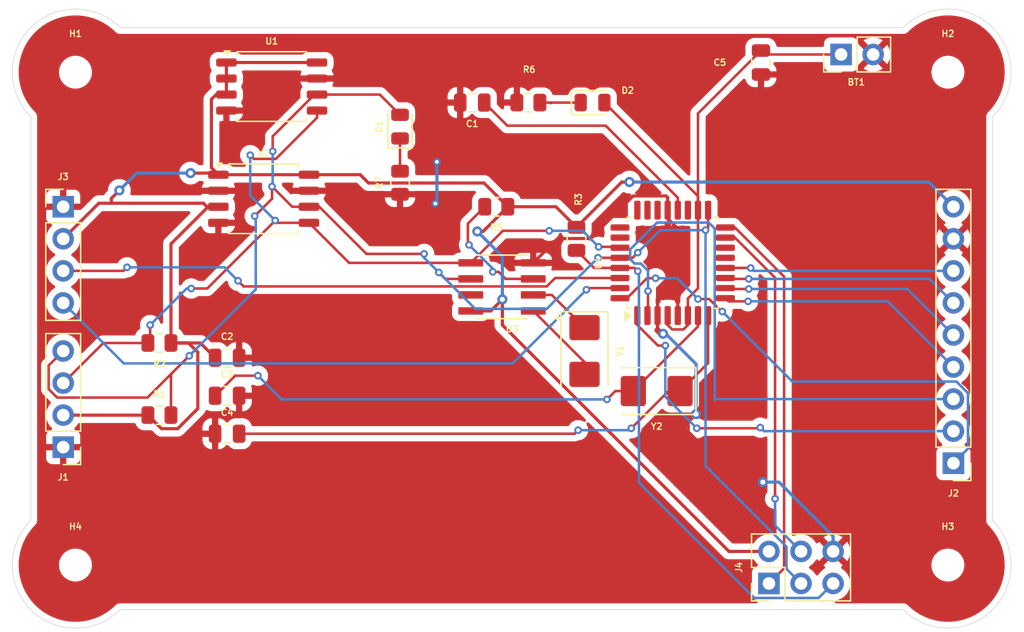
<source format=kicad_pcb>
(kicad_pcb (version 20241229) (generator "pcbnew") (generator_version "9.0")
  (title_block (title "MCU Data Logger") (date "2025-09-13") (rev "0.0.0") (company "Primzel Technologies") (comment 1 "2-Layer PCB Version"))
  (layers (0 "F.Cu" signal) (2 "B.Cu" signal) (13 "F.Paste" user) (15 "B.Paste" user) (5 "F.SilkS" user "F.Silkscreen") (7 "B.SilkS" user "B.Silkscreen") (1 "F.Mask" user) (3 "B.Mask" user) (25 "Edge.Cuts" user))
  (net 0 "")
  (net 1 "Net-(BT1-+)")
  (net 2 "GND")
  (net 3 "Net-(U4-AREF)")
  (net 4 "/Vcc")
  (net 5 "Net-(U4-XTAL1{slash}PB6)")
  (net 6 "Net-(U4-XTAL2{slash}PB7)")
  (net 7 "Net-(D1-K)")
  (net 8 "/SCK")
  (net 9 "Net-(D2-K)")
  (net 10 "/SDA")
  (net 11 "/D5")
  (net 12 "/D6")
  (net 13 "/D2")
  (net 14 "/D8")
  (net 15 "/D3")
  (net 16 "/D4")
  (net 17 "/D7")
  (net 18 "/TX")
  (net 19 "/RX")
  (net 20 "/RESET")
  (net 21 "/MISO")
  (net 22 "/MOSI")
  (net 23 "Net-(U3-SQW{slash}~INT)")
  (net 24 "Net-(U3-~{INTA})")
  (net 25 "Net-(U3-X2)")
  (net 26 "Net-(U3-X1)")
  (footprint "LED_SMD:LED_0805_2012Metric" (layer "F.Cu") (at 104.775 60.325 90)
    (property "Reference" "D1" (at 0 -1.65 90) (layer "F.SilkS") (effects (font (size 0.5 0.5) (thickness 0.1))))
    (property "Value" "LED")
    (pad "1" smd roundrect (at -0.9375 0 90) (size 0.975 1.4) (layers "F.Cu" "F.Mask" "F.Paste") (net 7 "Net-(D1-K)"))
    (pad "2" smd roundrect (at 0.9375 0 90) (size 0.975 1.4) (layers "F.Cu" "F.Mask" "F.Paste") (net 8 "/SCK"))
  )
  (footprint "MountingHole:MountingHole_2.1mm" (layer "F.Cu") (at 79.075134 95.067267)
    (property "Reference" "H4" (at 0 -3.05 0) (layer "F.SilkS") (effects (font (size 0.5 0.5) (thickness 0.1))))
    (property "Value" "MountingHole")
    (pad "" np_thru_hole circle (at 0 0) (size 2.1 2.1) (drill 2.1) (layers "*.Cu" "*.Mask"))
  )
  (footprint "Connector_PinHeader_2.54mm:PinHeader_2x03_P2.54mm_Vertical" (layer "F.Cu") (at 133.985 96.525 90)
    (property "Reference" "J4" (at 1.27 -2.38 90) (layer "F.SilkS") (effects (font (size 0.5 0.5) (thickness 0.1))))
    (property "Value" "Conn_02x03_Odd_Even")
    (pad "1" thru_hole rect (at 0 0 90) (size 1.7 1.7) (drill 1) (layers "*.Cu" "*.Mask") (net 21 "/MISO"))
    (pad "2" thru_hole circle (at 2.54 0 90) (size 1.7 1.7) (drill 1) (layers "*.Cu" "*.Mask") (net 4 "/Vcc"))
    (pad "3" thru_hole circle (at 0 2.54 90) (size 1.7 1.7) (drill 1) (layers "*.Cu" "*.Mask") (net 8 "/SCK"))
    (pad "4" thru_hole circle (at 2.54 2.54 90) (size 1.7 1.7) (drill 1) (layers "*.Cu" "*.Mask") (net 22 "/MOSI"))
    (pad "5" thru_hole circle (at 0 5.08 90) (size 1.7 1.7) (drill 1) (layers "*.Cu" "*.Mask") (net 20 "/RESET"))
    (pad "6" thru_hole circle (at 2.54 5.08 90) (size 1.7 1.7) (drill 1) (layers "*.Cu" "*.Mask") (net 2 "GND"))
  )
  (footprint "MountingHole:MountingHole_2.1mm" (layer "F.Cu") (at 79.075134 56.011934)
    (property "Reference" "H1" (at 0 -3.05 0) (layer "F.SilkS") (effects (font (size 0.5 0.5) (thickness 0.1))))
    (property "Value" "MountingHole")
    (pad "" np_thru_hole circle (at 0 0) (size 2.1 2.1) (drill 2.1) (layers "*.Cu" "*.Mask"))
  )
  (footprint "Capacitor_SMD:C_0805_2012Metric" (layer "F.Cu") (at 91.085 81.65)
    (property "Reference" "C3" (at 0 -1.68 0) (layer "F.SilkS") (effects (font (size 0.5 0.5) (thickness 0.1))))
    (property "Value" "22pF")
    (pad "1" smd roundrect (at -0.95 0) (size 1 1.45) (layers "F.Cu" "F.Mask" "F.Paste") (net 5 "Net-(U4-XTAL1{slash}PB6)"))
    (pad "2" smd roundrect (at 0.95 0) (size 1 1.45) (layers "F.Cu" "F.Mask" "F.Paste") (net 2 "GND"))
  )
  (footprint "MountingHole:MountingHole_2.1mm" (layer "F.Cu") (at 148.153267 95.067267)
    (property "Reference" "H3" (at 0 -3.05 0) (layer "F.SilkS") (effects (font (size 0.5 0.5) (thickness 0.1))))
    (property "Value" "MountingHole")
    (pad "" np_thru_hole circle (at 0 0) (size 2.1 2.1) (drill 2.1) (layers "*.Cu" "*.Mask"))
  )
  (footprint "Capacitor_SMD:C_0805_2012Metric" (layer "F.Cu") (at 91.085 78.64)
    (property "Reference" "C2" (at 0 -1.68 0) (layer "F.SilkS") (effects (font (size 0.5 0.5) (thickness 0.1))))
    (property "Value" "0.1uF")
    (pad "1" smd roundrect (at -0.95 0) (size 1 1.45) (layers "F.Cu" "F.Mask" "F.Paste") (net 4 "/Vcc"))
    (pad "2" smd roundrect (at 0.95 0) (size 1 1.45) (layers "F.Cu" "F.Mask" "F.Paste") (net 2 "GND"))
  )
  (footprint "MountingHole:MountingHole_2.1mm" (layer "F.Cu") (at 148.153267 56.011934)
    (property "Reference" "H2" (at 0 -3.05 0) (layer "F.SilkS") (effects (font (size 0.5 0.5) (thickness 0.1))))
    (property "Value" "MountingHole")
    (pad "" np_thru_hole circle (at 0 0) (size 2.1 2.1) (drill 2.1) (layers "*.Cu" "*.Mask"))
  )
  (footprint "Resistor_SMD:R_0805_2012Metric" (layer "F.Cu") (at 104.775 64.77 90)
    (property "Reference" "R7" (at 0 -1.65 90) (layer "F.SilkS") (effects (font (size 0.5 0.5) (thickness 0.1))))
    (property "Value" "330")
    (pad "1" smd roundrect (at -0.9125 0 90) (size 1.025 1.4) (layers "F.Cu" "F.Mask" "F.Paste") (roundrect_rratio 0.243902) (net 2 "GND"))
    (pad "2" smd roundrect (at 0.9125 0 90) (size 1.025 1.4) (layers "F.Cu" "F.Mask" "F.Paste") (roundrect_rratio 0.243902) (net 7 "Net-(D1-K)"))
  )
  (footprint "Package_SO:SOIC-8_5.3x5.3mm_P1.27mm" (layer "F.Cu") (at 93.98 66.04)
    (property "Reference" "U2" (at 0 -3.6 0) (layer "F.SilkS") (effects (font (size 0.5 0.5) (thickness 0.1))))
    (property "Value" "24LC1025")
    (pad "1" smd roundrect (at -3.5875 -1.905) (size 1.625 0.65) (layers "F.Cu" "F.Mask" "F.Paste") (net 4 "/Vcc"))
    (pad "2" smd roundrect (at -3.5875 -0.635) (size 1.625 0.65) (layers "F.Cu" "F.Mask" "F.Paste") (net 2 "GND"))
    (pad "3" smd roundrect (at -3.5875 0.635) (size 1.625 0.65) (layers "F.Cu" "F.Mask" "F.Paste") (net 4 "/Vcc"))
    (pad "4" smd roundrect (at -3.5875 1.905) (size 1.625 0.65) (layers "F.Cu" "F.Mask" "F.Paste") (net 2 "GND"))
    (pad "5" smd roundrect (at 3.5875 1.905) (size 1.625 0.65) (layers "F.Cu" "F.Mask" "F.Paste") (net 10 "/SDA"))
    (pad "6" smd roundrect (at 3.5875 0.635) (size 1.625 0.65) (layers "F.Cu" "F.Mask" "F.Paste") (net 8 "/SCK"))
    (pad "7" smd roundrect (at 3.5875 -0.635) (size 1.625 0.65) (layers "F.Cu" "F.Mask" "F.Paste") (net 2 "GND"))
    (pad "8" smd roundrect (at 3.5875 -1.905) (size 1.625 0.65) (layers "F.Cu" "F.Mask" "F.Paste") (net 4 "/Vcc"))
  )
  (footprint "LED_SMD:LED_0805_2012Metric" (layer "F.Cu") (at 120.015 58.42)
    (property "Reference" "D2" (at 2.785 -0.96 0) (layer "F.SilkS") (effects (font (size 0.5 0.5) (thickness 0.1))))
    (property "Value" "LED")
    (pad "1" smd roundrect (at -0.9375 0) (size 0.975 1.4) (layers "F.Cu" "F.Mask" "F.Paste") (net 9 "Net-(D2-K)"))
    (pad "2" smd roundrect (at 0.9375 0) (size 0.975 1.4) (layers "F.Cu" "F.Mask" "F.Paste") (net 1 "Net-(BT1-+)"))
  )
  (footprint "Connector_PinHeader_2.54mm:PinHeader_1x04_P2.54mm_Vertical" (layer "F.Cu") (at 78.105 85.725 180)
    (property "Reference" "J1" (at 0 -2.38 0) (layer "F.SilkS") (effects (font (size 0.5 0.5) (thickness 0.1))))
    (property "Value" "Conn_01x04_Pin")
    (pad "1" thru_hole rect (at 0 0 180) (size 1.7 1.7) (drill 1) (layers "*.Cu" "*.Mask") (net 2 "GND"))
    (pad "2" thru_hole circle (at 0 2.54 180) (size 1.7 1.7) (drill 1) (layers "*.Cu" "*.Mask") (net 4 "/Vcc"))
    (pad "3" thru_hole circle (at 0 5.08 180) (size 1.7 1.7) (drill 1) (layers "*.Cu" "*.Mask") (net 10 "/SDA"))
    (pad "4" thru_hole circle (at 0 7.62 180) (size 1.7 1.7) (drill 1) (layers "*.Cu" "*.Mask") (net 8 "/SCK"))
  )
  (footprint "Connector_PinHeader_2.54mm:PinHeader_1x04_P2.54mm_Vertical" (layer "F.Cu") (at 78.105 66.675)
    (property "Reference" "J3" (at 0 -2.38 0) (layer "F.SilkS") (effects (font (size 0.5 0.5) (thickness 0.1))))
    (property "Value" "Conn_01x04_Pin")
    (pad "1" thru_hole rect (at 0 0) (size 1.7 1.7) (drill 1) (layers "*.Cu" "*.Mask") (net 2 "GND"))
    (pad "2" thru_hole circle (at 0 2.54) (size 1.7 1.7) (drill 1) (layers "*.Cu" "*.Mask") (net 4 "/Vcc"))
    (pad "3" thru_hole circle (at 0 5.08) (size 1.7 1.7) (drill 1) (layers "*.Cu" "*.Mask") (net 19 "/RX"))
    (pad "4" thru_hole circle (at 0 7.62) (size 1.7 1.7) (drill 1) (layers "*.Cu" "*.Mask") (net 18 "/TX"))
  )
  (footprint "Resistor_SMD:R_0805_2012Metric" (layer "F.Cu") (at 85.725 77.47 180)
    (property "Reference" "R2" (at 0 -1.65 0) (layer "F.SilkS") (effects (font (size 0.5 0.5) (thickness 0.1))))
    (property "Value" "4.7K")
    (pad "1" smd roundrect (at -0.9125 0 180) (size 1.025 1.4) (layers "F.Cu" "F.Mask" "F.Paste") (roundrect_rratio 0.243902) (net 4 "/Vcc"))
    (pad "2" smd roundrect (at 0.9125 0 180) (size 1.025 1.4) (layers "F.Cu" "F.Mask" "F.Paste") (roundrect_rratio 0.243902) (net 10 "/SDA"))
  )
  (footprint "Crystal:Crystal_SMD_5032-2Pin_5.0x3.2mm" (layer "F.Cu") (at 119.38 78.105 -90)
    (property "Reference" "Y1" (at 0 -2.8 90) (layer "F.SilkS") (effects (font (size 0.5 0.5) (thickness 0.1))))
    (property "Value" "32.768KHz")
    (pad "1" smd roundrect (at -1.85 0 270) (size 2 2.4) (layers "F.Cu" "F.Mask" "F.Paste") (roundrect_rratio 0.125) (net 25 "Net-(U3-X2)"))
    (pad "2" smd roundrect (at 1.85 0 270) (size 2 2.4) (layers "F.Cu" "F.Mask" "F.Paste") (roundrect_rratio 0.125) (net 26 "Net-(U3-X1)"))
  )
  (footprint "Crystal:Crystal_SMD_5032-2Pin_5.0x3.2mm" (layer "F.Cu") (at 125.095 81.28 180)
    (property "Reference" "Y2" (at 0 -2.8 0) (layer "F.SilkS") (effects (font (size 0.5 0.5) (thickness 0.1))))
    (property "Value" "16MHz")
    (pad "1" smd roundrect (at -1.85 0 180) (size 2 2.4) (layers "F.Cu" "F.Mask" "F.Paste") (roundrect_rratio 0.125) (net 6 "Net-(U4-XTAL2{slash}PB7)"))
    (pad "2" smd roundrect (at 1.85 0 180) (size 2 2.4) (layers "F.Cu" "F.Mask" "F.Paste") (roundrect_rratio 0.125) (net 5 "Net-(U4-XTAL1{slash}PB6)"))
  )
  (footprint "Capacitor_SMD:C_0805_2012Metric" (layer "F.Cu") (at 110.49 58.42 180)
    (property "Reference" "C1" (at 0 -1.68 0) (layer "F.SilkS") (effects (font (size 0.5 0.5) (thickness 0.1))))
    (property "Value" "0.1uF")
    (pad "1" smd roundrect (at -0.95 0 180) (size 1 1.45) (layers "F.Cu" "F.Mask" "F.Paste") (net 3 "Net-(U4-AREF)"))
    (pad "2" smd roundrect (at 0.95 0 180) (size 1 1.45) (layers "F.Cu" "F.Mask" "F.Paste") (net 2 "GND"))
  )
  (footprint "Resistor_SMD:R_0805_2012Metric" (layer "F.Cu") (at 85.725 83.185)
    (property "Reference" "R1" (at 0 -1.65 0) (layer "F.SilkS") (effects (font (size 0.5 0.5) (thickness 0.1))))
    (property "Value" "4.7K")
    (pad "1" smd roundrect (at -0.9125 0) (size 1.025 1.4) (layers "F.Cu" "F.Mask" "F.Paste") (roundrect_rratio 0.243902) (net 4 "/Vcc"))
    (pad "2" smd roundrect (at 0.9125 0) (size 1.025 1.4) (layers "F.Cu" "F.Mask" "F.Paste") (roundrect_rratio 0.243902) (net 8 "/SCK"))
  )
  (footprint "DS1337S:SOIC127P600X175-8N" (layer "F.Cu") (at 112.85 73.025 180)
    (property "Reference" "U3" (at -0.795 -3.332 0) (layer "F.SilkS") (effects (font (size 0.5 0.5) (thickness 0.1))))
    (property "Value" "DS1337S_")
    (pad "1" smd roundrect (at -2.475 -1.905 180) (size 1.97 0.59) (layers "F.Cu" "F.Mask" "F.Paste") (roundrect_rratio 0.125) (net 26 "Net-(U3-X1)"))
    (pad "2" smd roundrect (at -2.475 -0.635 180) (size 1.97 0.59) (layers "F.Cu" "F.Mask" "F.Paste") (roundrect_rratio 0.125) (net 25 "Net-(U3-X2)"))
    (pad "3" smd roundrect (at -2.475 0.635 180) (size 1.97 0.59) (layers "F.Cu" "F.Mask" "F.Paste") (roundrect_rratio 0.125) (net 24 "Net-(U3-~{INTA})"))
    (pad "4" smd roundrect (at -2.475 1.905 180) (size 1.97 0.59) (layers "F.Cu" "F.Mask" "F.Paste") (roundrect_rratio 0.125) (net 2 "GND"))
    (pad "5" smd roundrect (at 2.475 1.905 180) (size 1.97 0.59) (layers "F.Cu" "F.Mask" "F.Paste") (roundrect_rratio 0.125) (net 10 "/SDA"))
    (pad "6" smd roundrect (at 2.475 0.635 180) (size 1.97 0.59) (layers "F.Cu" "F.Mask" "F.Paste") (roundrect_rratio 0.125) (net 8 "/SCK"))
    (pad "7" smd roundrect (at 2.475 -0.635 180) (size 1.97 0.59) (layers "F.Cu" "F.Mask" "F.Paste") (roundrect_rratio 0.125) (net 23 "Net-(U3-SQW{slash}~INT)"))
    (pad "8" smd roundrect (at 2.475 -1.905 180) (size 1.97 0.59) (layers "F.Cu" "F.Mask" "F.Paste") (roundrect_rratio 0.125) (net 4 "/Vcc"))
  )
  (footprint "Resistor_SMD:R_0805_2012Metric" (layer "F.Cu") (at 114.935 58.42)
    (property "Reference" "R6" (at 0.065 -2.62 0) (layer "F.SilkS") (effects (font (size 0.5 0.5) (thickness 0.1))))
    (property "Value" "330")
    (pad "1" smd roundrect (at -0.9125 0) (size 1.025 1.4) (layers "F.Cu" "F.Mask" "F.Paste") (roundrect_rratio 0.243902) (net 2 "GND"))
    (pad "2" smd roundrect (at 0.9125 0) (size 1.025 1.4) (layers "F.Cu" "F.Mask" "F.Paste") (roundrect_rratio 0.243902) (net 9 "Net-(D2-K)"))
  )
  (footprint "Package_QFP:LQFP-32_7x7mm_P0.8mm" (layer "F.Cu") (at 126.365 71.12 90)
    (property "Reference" "U4" (at 0 -5.88 90) (layer "F.SilkS") (effects (font (size 0.5 0.5) (thickness 0.1))))
    (property "Value" "ATmega328P-A")
    (pad "1" smd roundrect (at -4.175 -2.8 90) (size 1.5 0.5) (layers "F.Cu" "F.Mask" "F.Paste") (net 15 "/D3"))
    (pad "2" smd roundrect (at -4.175 -2 90) (size 1.5 0.5) (layers "F.Cu" "F.Mask" "F.Paste") (net 16 "/D4"))
    (pad "3" smd roundrect (at -4.175 -1.2 90) (size 1.5 0.5) (layers "F.Cu" "F.Mask" "F.Paste") (net 2 "GND"))
    (pad "4" smd roundrect (at -4.175 -0.4 90) (size 1.5 0.5) (layers "F.Cu" "F.Mask" "F.Paste") (net 1 "Net-(BT1-+)"))
    (pad "5" smd roundrect (at -4.175 0.4 90) (size 1.5 0.5) (layers "F.Cu" "F.Mask" "F.Paste") (net 2 "GND"))
    (pad "6" smd roundrect (at -4.175 1.2 90) (size 1.5 0.5) (layers "F.Cu" "F.Mask" "F.Paste") (net 1 "Net-(BT1-+)"))
    (pad "7" smd roundrect (at -4.175 2 90) (size 1.5 0.5) (layers "F.Cu" "F.Mask" "F.Paste") (net 5 "Net-(U4-XTAL1{slash}PB6)"))
    (pad "8" smd roundrect (at -4.175 2.8 90) (size 1.5 0.5) (layers "F.Cu" "F.Mask" "F.Paste") (net 6 "Net-(U4-XTAL2{slash}PB7)"))
    (pad "9" smd roundrect (at -2.8 4.175 90) (size 0.5 1.5) (layers "F.Cu" "F.Mask" "F.Paste") (net 11 "/D5"))
    (pad "10" smd roundrect (at -2 4.175 90) (size 0.5 1.5) (layers "F.Cu" "F.Mask" "F.Paste") (net 12 "/D6"))
    (pad "11" smd roundrect (at -1.2 4.175 90) (size 0.5 1.5) (layers "F.Cu" "F.Mask" "F.Paste") (net 17 "/D7"))
    (pad "12" smd roundrect (at -0.4 4.175 90) (size 0.5 1.5) (layers "F.Cu" "F.Mask" "F.Paste") (net 14 "/D8"))
    (pad "13" smd roundrect (at 0.4 4.175 90) (size 0.5 1.5) (layers "F.Cu" "F.Mask" "F.Paste"))
    (pad "14" smd roundrect (at 1.2 4.175 90) (size 0.5 1.5) (layers "F.Cu" "F.Mask" "F.Paste"))
    (pad "15" smd roundrect (at 2 4.175 90) (size 0.5 1.5) (layers "F.Cu" "F.Mask" "F.Paste") (net 22 "/MOSI"))
    (pad "16" smd roundrect (at 2.8 4.175 90) (size 0.5 1.5) (layers "F.Cu" "F.Mask" "F.Paste") (net 21 "/MISO"))
    (pad "17" smd roundrect (at 4.175 2.8 90) (size 1.5 0.5) (layers "F.Cu" "F.Mask" "F.Paste") (net 8 "/SCK"))
    (pad "18" smd roundrect (at 4.175 2 90) (size 1.5 0.5) (layers "F.Cu" "F.Mask" "F.Paste") (net 1 "Net-(BT1-+)"))
    (pad "19" smd roundrect (at 4.175 1.2 90) (size 1.5 0.5) (layers "F.Cu" "F.Mask" "F.Paste"))
    (pad "20" smd roundrect (at 4.175 0.4 90) (size 1.5 0.5) (layers "F.Cu" "F.Mask" "F.Paste") (net 3 "Net-(U4-AREF)"))
    (pad "21" smd roundrect (at 4.175 -0.4 90) (size 1.5 0.5) (layers "F.Cu" "F.Mask" "F.Paste") (net 2 "GND"))
    (pad "22" smd roundrect (at 4.175 -1.2 90) (size 1.5 0.5) (layers "F.Cu" "F.Mask" "F.Paste"))
    (pad "23" smd roundrect (at 4.175 -2 90) (size 1.5 0.5) (layers "F.Cu" "F.Mask" "F.Paste"))
    (pad "24" smd roundrect (at 4.175 -2.8 90) (size 1.5 0.5) (layers "F.Cu" "F.Mask" "F.Paste"))
    (pad "25" smd roundrect (at 2.8 -4.175 90) (size 0.5 1.5) (layers "F.Cu" "F.Mask" "F.Paste"))
    (pad "26" smd roundrect (at 2 -4.175 90) (size 0.5 1.5) (layers "F.Cu" "F.Mask" "F.Paste"))
    (pad "27" smd roundrect (at 1.2 -4.175 90) (size 0.5 1.5) (layers "F.Cu" "F.Mask" "F.Paste") (net 10 "/SDA"))
    (pad "28" smd roundrect (at 0.4 -4.175 90) (size 0.5 1.5) (layers "F.Cu" "F.Mask" "F.Paste") (net 8 "/SCK"))
    (pad "29" smd roundrect (at -0.4 -4.175 90) (size 0.5 1.5) (layers "F.Cu" "F.Mask" "F.Paste") (net 20 "/RESET"))
    (pad "30" smd roundrect (at -1.2 -4.175 90) (size 0.5 1.5) (layers "F.Cu" "F.Mask" "F.Paste") (net 19 "/RX"))
    (pad "31" smd roundrect (at -2 -4.175 90) (size 0.5 1.5) (layers "F.Cu" "F.Mask" "F.Paste") (net 18 "/TX"))
    (pad "32" smd roundrect (at -2.8 -4.175 90) (size 0.5 1.5) (layers "F.Cu" "F.Mask" "F.Paste") (net 13 "/D2"))
  )
  (footprint "Resistor_SMD:R_0805_2012Metric" (layer "F.Cu") (at 112.395 66.675 180)
    (property "Reference" "R5" (at 0 -1.65 0) (layer "F.SilkS") (effects (font (size 0.5 0.5) (thickness 0.1))))
    (property "Value" "10K")
    (pad "1" smd roundrect (at -0.9125 0 180) (size 1.025 1.4) (layers "F.Cu" "F.Mask" "F.Paste") (roundrect_rratio 0.243902) (net 4 "/Vcc"))
    (pad "2" smd roundrect (at 0.9125 0 180) (size 1.025 1.4) (layers "F.Cu" "F.Mask" "F.Paste") (roundrect_rratio 0.243902) (net 24 "Net-(U3-~{INTA})"))
  )
  (footprint "Capacitor_SMD:C_0805_2012Metric" (layer "F.Cu") (at 91.085 84.66)
    (property "Reference" "C4" (at 0 -1.68 0) (layer "F.SilkS") (effects (font (size 0.5 0.5) (thickness 0.1))))
    (property "Value" "22pF")
    (pad "1" smd roundrect (at -0.95 0) (size 1 1.45) (layers "F.Cu" "F.Mask" "F.Paste") (net 2 "GND"))
    (pad "2" smd roundrect (at 0.95 0) (size 1 1.45) (layers "F.Cu" "F.Mask" "F.Paste") (net 6 "Net-(U4-XTAL2{slash}PB7)"))
  )
  (footprint "Connector_PinHeader_2.54mm:PinHeader_1x09_P2.54mm_Vertical" (layer "F.Cu") (at 148.59 86.995 180)
    (property "Reference" "J2" (at 0 -2.38 0) (layer "F.SilkS") (effects (font (size 0.5 0.5) (thickness 0.1))))
    (property "Value" "Conn_01x09_Pin")
    (pad "1" thru_hole rect (at 0 0 180) (size 1.7 1.7) (drill 1) (layers "*.Cu" "*.Mask") (net 13 "/D2"))
    (pad "2" thru_hole circle (at 0 2.54 180) (size 1.7 1.7) (drill 1) (layers "*.Cu" "*.Mask") (net 15 "/D3"))
    (pad "3" thru_hole circle (at 0 5.08 180) (size 1.7 1.7) (drill 1) (layers "*.Cu" "*.Mask") (net 16 "/D4"))
    (pad "4" thru_hole circle (at 0 7.62 180) (size 1.7 1.7) (drill 1) (layers "*.Cu" "*.Mask") (net 11 "/D5"))
    (pad "5" thru_hole circle (at 0 10.16 180) (size 1.7 1.7) (drill 1) (layers "*.Cu" "*.Mask") (net 12 "/D6"))
    (pad "6" thru_hole circle (at 0 12.7 180) (size 1.7 1.7) (drill 1) (layers "*.Cu" "*.Mask") (net 17 "/D7"))
    (pad "7" thru_hole circle (at 0 15.24 180) (size 1.7 1.7) (drill 1) (layers "*.Cu" "*.Mask") (net 14 "/D8"))
    (pad "8" thru_hole circle (at 0 17.78 180) (size 1.7 1.7) (drill 1) (layers "*.Cu" "*.Mask") (net 2 "GND"))
    (pad "9" thru_hole circle (at 0 20.32 180) (size 1.7 1.7) (drill 1) (layers "*.Cu" "*.Mask") (net 4 "/Vcc"))
  )
  (footprint "Connector_PinHeader_2.54mm:PinHeader_1x02_P2.54mm_Vertical" (layer "F.Cu") (at 139.695 54.61 90)
    (property "Reference" "BT1" (at -2.19 1.205 180) (layer "F.SilkS") (effects (font (size 0.5 0.5) (thickness 0.1))))
    (property "Value" "Battery")
    (pad "1" thru_hole rect (at 0 0 90) (size 1.7 1.7) (drill 1) (layers "*.Cu" "*.Mask") (net 1 "Net-(BT1-+)"))
    (pad "2" thru_hole circle (at 0 2.54 90) (size 1.7 1.7) (drill 1) (layers "*.Cu" "*.Mask") (net 2 "GND"))
  )
  (footprint "Package_SO:SOIC-8_5.3x5.3mm_P1.27mm" (layer "F.Cu") (at 94.615 57.15)
    (property "Reference" "U1" (at 0 -3.6 0) (layer "F.SilkS") (effects (font (size 0.5 0.5) (thickness 0.1))))
    (property "Value" "24LC1025")
    (pad "1" smd roundrect (at -3.5875 -1.905) (size 1.625 0.65) (layers "F.Cu" "F.Mask" "F.Paste") (net 4 "/Vcc"))
    (pad "2" smd roundrect (at -3.5875 -0.635) (size 1.625 0.65) (layers "F.Cu" "F.Mask" "F.Paste") (net 4 "/Vcc"))
    (pad "3" smd roundrect (at -3.5875 0.635) (size 1.625 0.65) (layers "F.Cu" "F.Mask" "F.Paste") (net 4 "/Vcc"))
    (pad "4" smd roundrect (at -3.5875 1.905) (size 1.625 0.65) (layers "F.Cu" "F.Mask" "F.Paste") (net 2 "GND"))
    (pad "5" smd roundrect (at 3.5875 1.905) (size 1.625 0.65) (layers "F.Cu" "F.Mask" "F.Paste") (net 10 "/SDA"))
    (pad "6" smd roundrect (at 3.5875 0.635) (size 1.625 0.65) (layers "F.Cu" "F.Mask" "F.Paste") (net 8 "/SCK"))
    (pad "7" smd roundrect (at 3.5875 -0.635) (size 1.625 0.65) (layers "F.Cu" "F.Mask" "F.Paste") (net 2 "GND"))
    (pad "8" smd roundrect (at 3.5875 -1.905) (size 1.625 0.65) (layers "F.Cu" "F.Mask" "F.Paste") (net 4 "/Vcc"))
  )
  (footprint "Capacitor_SMD:C_0805_2012Metric" (layer "F.Cu") (at 133.35 55.245 -90)
    (property "Reference" "C5" (at 0 3.25 180) (layer "F.SilkS") (effects (font (size 0.5 0.5) (thickness 0.1))))
    (property "Value" "100nF")
    (pad "1" smd roundrect (at -0.95 0 270) (size 1 1.45) (layers "F.Cu" "F.Mask" "F.Paste") (net 1 "Net-(BT1-+)"))
    (pad "2" smd roundrect (at 0.95 0 270) (size 1 1.45) (layers "F.Cu" "F.Mask" "F.Paste") (net 2 "GND"))
  )
  (footprint "Resistor_SMD:R_0805_2012Metric" (layer "F.Cu") (at 118.745 69.215 -90)
    (property "Reference" "R3" (at -3.115 -0.155 90) (layer "F.SilkS") (effects (font (size 0.5 0.5) (thickness 0.1))))
    (property "Value" "10K")
    (pad "1" smd roundrect (at -0.9125 0 270) (size 1.025 1.4) (layers "F.Cu" "F.Mask" "F.Paste") (roundrect_rratio 0.243902) (net 4 "/Vcc"))
    (pad "2" smd roundrect (at 0.9125 0 270) (size 1.025 1.4) (layers "F.Cu" "F.Mask" "F.Paste") (roundrect_rratio 0.243902) (net 20 "/RESET"))
  )
  (gr_arc (start 82.610667 98.6028) (mid 75.539601 98.6028) (end 75.5396 91.531733) (stroke (width 0.05)) (layer "Edge.Cuts"))
  (gr_arc (start 144.617733 52.4764) (mid 151.6888 52.4764) (end 151.6888 59.547467) (stroke (width 0.05)) (layer "Edge.Cuts"))
  (gr_line (start 75.5396 91.531733) (end 75.5396 59.547467) (stroke (width 0.05)) (layer "Edge.Cuts"))
  (gr_arc (start 151.6888 91.531733) (mid 151.688801 98.602801) (end 144.617733 98.6028) (stroke (width 0.05)) (layer "Edge.Cuts"))
  (gr_line (start 82.610667 52.4764) (end 144.617733 52.4764) (stroke (width 0.05)) (layer "Edge.Cuts"))
  (gr_line (start 82.610667 98.6028) (end 144.617733 98.6028) (stroke (width 0.05)) (layer "Edge.Cuts"))
  (gr_line (start 151.6888 91.531733) (end 151.6888 59.547467) (stroke (width 0.05)) (layer "Edge.Cuts"))
  (gr_arc (start 75.5396 59.547467) (mid 75.5396 52.4764) (end 82.610667 52.4764) (stroke (width 0.05)) (layer "Edge.Cuts"))
  (segment (start 128.365 73.139082) (end 127.565 73.939082) (width 0.2) (layer "F.Cu") (net 1))
  (segment (start 133.665 54.61) (end 133.35 54.295) (width 0.2) (layer "F.Cu") (net 1))
  (segment (start 128.365 66.945) (end 128.365 73.139082) (width 0.2) (layer "F.Cu") (net 1))
  (segment (start 120.9525 58.42) (end 128.365 65.8325) (width 0.2) (layer "F.Cu") (net 1))
  (segment (start 128.365 65.8325) (end 128.365 66.945) (width 0.2) (layer "F.Cu") (net 1))
  (segment (start 139.695 54.61) (end 133.665 54.61) (width 0.2) (layer "F.Cu") (net 1))
  (segment (start 128.365 59.28) (end 128.365 66.945) (width 0.2) (layer "F.Cu") (net 1))
  (segment (start 133.35 54.295) (end 128.365 59.28) (width 0.2) (layer "F.Cu") (net 1))
  (segment (start 127.565 73.939082) (end 127.565 75.295) (width 0.2) (layer "F.Cu") (net 1))
  (segment (start 126.316001 76.396) (end 127.213999 76.396) (width 0.2) (layer "F.Cu") (net 1))
  (segment (start 127.565 76.044999) (end 127.565 75.295) (width 0.2) (layer "F.Cu") (net 1))
  (segment (start 125.965 75.295) (end 125.965 76.044999) (width 0.2) (layer "F.Cu") (net 1))
  (segment (start 125.965 76.044999) (end 126.316001 76.396) (width 0.2) (layer "F.Cu") (net 1))
  (segment (start 127.213999 76.396) (end 127.565 76.044999) (width 0.2) (layer "F.Cu") (net 1))
  (segment (start 126.765 75.295) (end 126.765 68.406984) (width 0.25) (layer "F.Cu") (net 2))
  (segment (start 119.857016 69.191) (end 123.229016 65.819) (width 0.25) (layer "F.Cu") (net 2))
  (segment (start 126.080008 72.224401) (end 126.080008 67.721992) (width 0.25) (layer "F.Cu") (net 2))
  (segment (start 126.080008 67.721992) (end 125.965 67.606984) (width 0.25) (layer "F.Cu") (net 2))
  (segment (start 115.325 71.12) (end 117.254 69.191) (width 0.25) (layer "F.Cu") (net 2))
  (segment (start 128.215 83.110741) (end 127.594 83.731741) (width 0.25) (layer "F.Cu") (net 2))
  (segment (start 125.165 76.305661) (end 125.599285 76.739946) (width 0.25) (layer "F.Cu") (net 2))
  (segment (start 126.765 68.406984) (end 126.080008 67.721992) (width 0.25) (layer "F.Cu") (net 2))
  (segment (start 125.965 67.606984) (end 125.965 66.945) (width 0.25) (layer "F.Cu") (net 2))
  (segment (start 125.848984 65.819) (end 125.965 65.935016) (width 0.25) (layer "F.Cu") (net 2))
  (segment (start 125.165 75.295) (end 125.165 73.139409) (width 0.25) (layer "F.Cu") (net 2))
  (segment (start 125.165 75.295) (end 125.165 76.305661) (width 0.25) (layer "F.Cu") (net 2))
  (segment (start 125.165 73.139409) (end 126.080008 72.224401) (width 0.25) (layer "F.Cu") (net 2))
  (segment (start 123.229016 65.819) (end 125.848984 65.819) (width 0.25) (layer "F.Cu") (net 2))
  (segment (start 127.594 84.506409) (end 131.581191 88.4936) (width 0.25) (layer "F.Cu") (net 2))
  (segment (start 127.594 83.731741) (end 127.594 84.506409) (width 0.25) (layer "F.Cu") (net 2))
  (segment (start 117.254 69.191) (end 119.857016 69.191) (width 0.25) (layer "F.Cu") (net 2))
  (segment (start 125.965 65.935016) (end 125.965 66.945) (width 0.25) (layer "F.Cu") (net 2))
  (segment (start 126.765 75.295) (end 126.765 74.633016) (width 0.25) (layer "F.Cu") (net 2))
  (segment (start 131.581191 88.4936) (end 133.5024 88.4936) (width 0.25) (layer "F.Cu") (net 2))
  (via (at 107.569 66.421) (size 0.6) (drill 0.3) (layers "F.Cu" "B.Cu") (net 2))
  (via (at 128.215 83.110741) (size 0.8) (drill 0.4) (layers "F.Cu" "B.Cu") (net 2))
  (via (at 107.696 63.119) (size 0.6) (drill 0.3) (layers "F.Cu" "B.Cu") (net 2))
  (via (at 125.599285 76.739946) (size 0.8) (drill 0.4) (layers "F.Cu" "B.Cu") (net 2))
  (via (at 133.5024 88.4936) (size 0.8) (drill 0.4) (layers "F.Cu" "B.Cu") (net 2))
  (segment (start 128.215 79.1422) (end 128.215 83.110741) (width 0.25) (layer "B.Cu") (net 2))
  (segment (start 125.599285 76.739946) (end 125.812746 76.739946) (width 0.25) (layer "B.Cu") (net 2))
  (segment (start 139.065 92.782919) (end 139.065 93.985) (width 0.25) (layer "B.Cu") (net 2))
  (segment (start 125.812746 76.739946) (end 128.215 79.1422) (width 0.25) (layer "B.Cu") (net 2))
  (segment (start 133.5024 88.4936) (end 134.775681 88.4936) (width 0.25) (layer "B.Cu") (net 2))
  (segment (start 134.775681 88.4936) (end 139.065 92.782919) (width 0.25) (layer "B.Cu") (net 2))
  (segment (start 107.696 66.294) (end 107.569 66.421) (width 0.25) (layer "B.Cu") (net 2))
  (segment (start 107.696 63.119) (end 107.696 66.294) (width 0.25) (layer "B.Cu") (net 2))
  (segment (start 113.2688 60.2488) (end 121.0564 60.2488) (width 0.2) (layer "F.Cu") (net 3))
  (segment (start 121.0564 60.2488) (end 126.765 65.9574) (width 0.2) (layer "F.Cu") (net 3))
  (segment (start 126.765 65.9574) (end 126.765 66.945) (width 0.2) (layer "F.Cu") (net 3))
  (segment (start 111.44 58.42) (end 113.2688 60.2488) (width 0.2) (layer "F.Cu") (net 3))
  (segment (start 84.8125 83.185) (end 78.105 83.185) (width 0.25) (layer "F.Cu") (net 4))
  (segment (start 80.9252 66.3948) (end 78.105 69.215) (width 0.25) (layer "F.Cu") (net 4))
  (segment (start 88.1888 64.008) (end 90.2655 64.008) (width 0.25) (layer "F.Cu") (net 4))
  (segment (start 102.281774 64.794) (end 111.4265 64.794) (width 0.25) (layer "F.Cu") (net 4))
  (segment (start 101.622774 64.135) (end 102.281774 64.794) (width 0.25) (layer "F.Cu") (net 4))
  (segment (start 88.7632 78.205991) (end 88.7632 82.664026) (width 0.25) (layer "F.Cu") (net 4))
  (segment (start 85.8885 84.261) (end 84.8125 83.185) (width 0.25) (layer "F.Cu") (net 4))
  (segment (start 122.3283 64.7192) (end 122.936 64.7192) (width 0.25) (layer "F.Cu") (net 4))
  (segment (start 111.9632 74.93) (end 112.8776 74.0156) (width 0.25) (layer "F.Cu") (net 4))
  (segment (start 87.166226 84.261) (end 85.8885 84.261) (width 0.25) (layer "F.Cu") (net 4))
  (segment (start 86.6375 69.617501) (end 86.6375 77.47) (width 0.25) (layer "F.Cu") (net 4))
  (segment (start 89.839 58.161001) (end 89.839 63.5815) (width 0.25) (layer "F.Cu") (net 4))
  (segment (start 88.7632 82.664026) (end 87.166226 84.261) (width 0.25) (layer "F.Cu") (net 4))
  (segment (start 89.4842 66.675) (end 90.3925 66.675) (width 0.25) (layer "F.Cu") (net 4))
  (segment (start 90.215001 57.785) (end 89.839 58.161001) (width 0.25) (layer "F.Cu") (net 4))
  (segment (start 90.3925 64.135) (end 97.5675 64.135) (width 0.25) (layer "F.Cu") (net 4))
  (segment (start 81.915 66.3948) (end 80.9252 66.3948) (width 0.25) (layer "F.Cu") (net 4))
  (segment (start 89.204 66.3948) (end 81.915 66.3948) (width 0.25) (layer "F.Cu") (net 4))
  (segment (start 88.027209 77.47) (end 88.7632 78.205991) (width 0.25) (layer "F.Cu") (net 4))
  (segment (start 113.3075 66.675) (end 117.1175 66.675) (width 0.25) (layer "F.Cu") (net 4))
  (segment (start 110.375 74.93) (end 111.9632 74.93) (width 0.25) (layer "F.Cu") (net 4))
  (segment (start 89.839 63.5815) (end 90.3925 64.135) (width 0.25) (layer "F.Cu") (net 4))
  (segment (start 81.915 66.3948) (end 81.915 66.0146) (width 0.25) (layer "F.Cu") (net 4))
  (segment (start 112.8776 76.044826) (end 130.817774 93.985) (width 0.25) (layer "F.Cu") (net 4))
  (segment (start 86.6375 77.47) (end 88.965 77.47) (width 0.25) (layer "F.Cu") (net 4))
  (segment (start 90.3925 66.675) (end 89.580001 66.675) (width 0.25) (layer "F.Cu") (net 4))
  (segment (start 90.3925 64.135) (end 90.083944 64.135) (width 0.25) (layer "F.Cu") (net 4))
  (segment (start 86.6375 77.47) (end 88.027209 77.47) (width 0.25) (layer "F.Cu") (net 4))
  (segment (start 117.1175 66.675) (end 118.745 68.3025) (width 0.25) (layer "F.Cu") (net 4))
  (segment (start 81.915 66.0146) (end 82.55 65.3796) (width 0.25) (layer "F.Cu") (net 4))
  (segment (start 90.2655 64.008) (end 90.3925 64.135) (width 0.25) (layer "F.Cu") (net 4))
  (segment (start 110.8964 68.6308) (end 111.3517 68.6308) (width 0.25) (layer "F.Cu") (net 4))
  (segment (start 89.204 66.3948) (end 89.4842 66.675) (width 0.25) (layer "F.Cu") (net 4))
  (segment (start 91.0275 55.245) (end 91.0275 56.515) (width 0.25) (layer "F.Cu") (net 4))
  (segment (start 91.0275 57.785) (end 91.0275 56.515) (width 0.25) (layer "F.Cu") (net 4))
  (segment (start 111.4265 64.794) (end 113.3075 66.675) (width 0.25) (layer "F.Cu") (net 4))
  (segment (start 88.965 77.47) (end 90.135 78.64) (width 0.25) (layer "F.Cu") (net 4))
  (segment (start 97.5675 64.135) (end 101.622774 64.135) (width 0.25) (layer "F.Cu") (net 4))
  (segment (start 118.745 68.3025) (end 122.3283 64.7192) (width 0.25) (layer "F.Cu") (net 4))
  (segment (start 98.2025 55.245) (end 91.0275 55.245) (width 0.25) (layer "F.Cu") (net 4))
  (segment (start 130.817774 93.985) (end 133.985 93.985) (width 0.25) (layer "F.Cu") (net 4))
  (segment (start 91.0275 57.785) (end 90.215001 57.785) (width 0.25) (layer "F.Cu") (net 4))
  (segment (start 111.3517 68.6308) (end 113.3075 66.675) (width 0.25) (layer "F.Cu") (net 4))
  (segment (start 112.8776 74.0156) (end 112.8776 76.044826) (width 0.25) (layer "F.Cu") (net 4))
  (segment (start 89.580001 66.675) (end 86.6375 69.617501) (width 0.25) (layer "F.Cu") (net 4))
  (via (at 112.8776 74.0156) (size 0.8) (drill 0.4) (layers "F.Cu" "B.Cu") (net 4))
  (via (at 88.1888 64.008) (size 0.8) (drill 0.4) (layers "F.Cu" "B.Cu") (net 4))
  (via (at 82.55 65.3796) (size 0.8) (drill 0.4) (layers "F.Cu" "B.Cu") (net 4))
  (via (at 122.936 64.7192) (size 0.8) (drill 0.4) (layers "F.Cu" "B.Cu") (net 4))
  (via (at 110.8964 68.6308) (size 0.8) (drill 0.4) (layers "F.Cu" "B.Cu") (net 4))
  (segment (start 83.9216 64.008) (end 88.1888 64.008) (width 0.25) (layer "B.Cu") (net 4))
  (segment (start 82.55 65.3796) (end 83.9216 64.008) (width 0.25) (layer "B.Cu") (net 4))
  (segment (start 112.8776 70.612) (end 110.8964 68.6308) (width 0.25) (layer "B.Cu") (net 4))
  (segment (start 122.936 64.7192) (end 146.6342 64.7192) (width 0.25) (layer "B.Cu") (net 4))
  (segment (start 146.6342 64.7192) (end 148.59 66.675) (width 0.25) (layer "B.Cu") (net 4))
  (segment (start 112.8776 74.0156) (end 112.8776 70.612) (width 0.25) (layer "B.Cu") (net 4))
  (segment (start 123.245 81.28) (end 121.8184 81.28) (width 0.2) (layer "F.Cu") (net 5))
  (segment (start 128.365 76.16) (end 123.245 81.28) (width 0.2) (layer "F.Cu") (net 5))
  (segment (start 128.365 75.295) (end 128.365 76.16) (width 0.2) (layer "F.Cu") (net 5))
  (segment (start 93.5228 80.0608) (end 91.7242 80.0608) (width 0.2) (layer "F.Cu") (net 5))
  (segment (start 91.7242 80.0608) (end 90.135 81.65) (width 0.2) (layer "F.Cu") (net 5))
  (segment (start 121.8184 81.28) (end 121.158 81.9404) (width 0.2) (layer "F.Cu") (net 5))
  (via (at 121.158 81.9404) (size 0.6) (drill 0.3) (layers "F.Cu" "B.Cu") (net 5))
  (via (at 93.5228 80.0608) (size 0.6) (drill 0.3) (layers "F.Cu" "B.Cu") (net 5))
  (segment (start 121.158 81.9404) (end 95.4024 81.9404) (width 0.2) (layer "B.Cu") (net 5))
  (segment (start 95.4024 81.9404) (end 93.5228 80.0608) (width 0.2) (layer "B.Cu") (net 5))
  (segment (start 123.0884 84.2264) (end 126.0348 81.28) (width 0.2) (layer "F.Cu") (net 6))
  (segment (start 129.165 79.06) (end 126.945 81.28) (width 0.2) (layer "F.Cu") (net 6))
  (segment (start 129.165 75.295) (end 129.165 79.06) (width 0.2) (layer "F.Cu") (net 6))
  (segment (start 92.035 84.66) (end 118.5908 84.66) (width 0.2) (layer "F.Cu") (net 6))
  (segment (start 126.0348 81.28) (end 126.945 81.28) (width 0.2) (layer "F.Cu") (net 6))
  (segment (start 118.5908 84.66) (end 118.872 84.3788) (width 0.2) (layer "F.Cu") (net 6))
  (via (at 123.0884 84.2264) (size 0.6) (drill 0.3) (layers "F.Cu" "B.Cu") (net 6))
  (via (at 118.872 84.3788) (size 0.6) (drill 0.3) (layers "F.Cu" "B.Cu") (net 6))
  (segment (start 122.936 84.3788) (end 123.0884 84.2264) (width 0.2) (layer "B.Cu") (net 6))
  (segment (start 118.872 84.3788) (end 122.936 84.3788) (width 0.2) (layer "B.Cu") (net 6))
  (segment (start 104.775 61.2625) (end 104.775 63.8575) (width 0.2) (layer "F.Cu") (net 7))
  (segment (start 93.2688 67.4116) (end 94.6404 66.04) (width 0.2) (layer "F.Cu") (net 8))
  (segment (start 94.6404 65.0748) (end 96.2406 66.675) (width 0.2) (layer "F.Cu") (net 8))
  (segment (start 123.5964 70.3072) (end 123.1836 70.72) (width 0.2) (layer "F.Cu") (net 8))
  (segment (start 102.108 70.403001) (end 102.108 70.4088) (width 0.2) (layer "F.Cu") (net 8))
  (segment (start 78.105 78.105) (end 76.954 79.256) (width 0.2) (layer "F.Cu") (net 8))
  (segment (start 108.3564 72.39) (end 110.375 72.39) (width 0.2) (layer "F.Cu") (net 8))
  (segment (start 120.4532 70.72) (end 120.4468 70.7136) (width 0.2) (layer "F.Cu") (net 8))
  (segment (start 84.7772 81.796) (end 86.6375 79.9357) (width 0.2) (layer "F.Cu") (net 8))
  (segment (start 98.00001 57.785) (end 94.6912 61.09381) (width 0.2) (layer "F.Cu") (net 8))
  (segment (start 86.6375 83.185) (end 86.6375 79.9357) (width 0.2) (layer "F.Cu") (net 8))
  (segment (start 102.108 70.4088) (end 106.68 70.4088) (width 0.2) (layer "F.Cu") (net 8))
  (segment (start 94.6404 66.04) (end 94.6404 65.0748) (width 0.2) (layer "F.Cu") (net 8))
  (segment (start 98.379999 66.675) (end 102.108 70.403001) (width 0.2) (layer "F.Cu") (net 8))
  (segment (start 129.165 68.3292) (end 128.965 68.5292) (width 0.2) (layer "F.Cu") (net 8))
  (segment (start 122.19 70.72) (end 120.4532 70.72) (width 0.2) (layer "F.Cu") (net 8))
  (segment (start 77.62824 81.796) (end 84.7772 81.796) (width 0.2) (layer "F.Cu") (net 8))
  (segment (start 97.5675 66.675) (end 98.379999 66.675) (width 0.2) (layer "F.Cu") (net 8))
  (segment (start 94.6912 61.09381) (end 94.6912 62.2808) (width 0.2) (layer "F.Cu") (net 8))
  (segment (start 103.1725 57.785) (end 104.775 59.3875) (width 0.2) (layer "F.Cu") (net 8))
  (segment (start 98.2025 57.785) (end 98.00001 57.785) (width 0.2) (layer "F.Cu") (net 8))
  (segment (start 123.1836 70.72) (end 122.19 70.72) (width 0.2) (layer "F.Cu") (net 8))
  (segment (start 86.6375 79.9357) (end 88.0872 78.486) (width 0.2) (layer "F.Cu") (net 8))
  (segment (start 76.954 81.12176) (end 77.62824 81.796) (width 0.2) (layer "F.Cu") (net 8))
  (segment (start 107.8484 71.882) (end 108.3564 72.39) (width 0.2) (layer "F.Cu") (net 8))
  (segment (start 129.165 66.945) (end 129.165 68.3292) (width 0.2) (layer "F.Cu") (net 8))
  (segment (start 76.954 79.256) (end 76.954 81.12176) (width 0.2) (layer "F.Cu") (net 8))
  (segment (start 98.2025 57.785) (end 103.1725 57.785) (width 0.2) (layer "F.Cu") (net 8))
  (segment (start 96.2406 66.675) (end 97.5675 66.675) (width 0.2) (layer "F.Cu") (net 8))
  (via (at 128.965 68.5292) (size 0.6) (drill 0.3) (layers "F.Cu" "B.Cu") (net 8))
  (via (at 123.5964 70.3072) (size 0.6) (drill 0.3) (layers "F.Cu" "B.Cu") (net 8))
  (via (at 107.8484 71.882) (size 0.6) (drill 0.3) (layers "F.Cu" "B.Cu") (net 8))
  (via (at 106.68 70.4088) (size 0.6) (drill 0.3) (layers "F.Cu" "B.Cu") (net 8))
  (via (at 93.2688 67.4116) (size 0.6) (drill 0.3) (layers "F.Cu" "B.Cu") (net 8))
  (via (at 88.0872 78.486) (size 0.6) (drill 0.3) (layers "F.Cu" "B.Cu") (net 8))
  (via (at 120.4468 70.7136) (size 0.6) (drill 0.3) (layers "F.Cu" "B.Cu") (net 8))
  (via (at 94.6404 65.0748) (size 0.6) (drill 0.3) (layers "F.Cu" "B.Cu") (net 8))
  (via (at 94.6912 62.2808) (size 0.6) (drill 0.3) (layers "F.Cu" "B.Cu") (net 8))
  (segment (start 125.3744 68.5292) (end 123.5964 70.3072) (width 0.2) (layer "B.Cu") (net 8))
  (segment (start 93.34915 67.49195) (end 93.2688 67.4116) (width 0.2) (layer "B.Cu") (net 8))
  (segment (start 94.6912 62.2808) (end 94.6912 65.024) (width 0.2) (layer "B.Cu") (net 8))
  (segment (start 120.4468 70.7136) (end 116.3938 74.7666) (width 0.2) (layer "B.Cu") (net 8))
  (segment (start 93.34915 73.22405) (end 93.34915 67.49195) (width 0.2) (layer "B.Cu") (net 8))
  (segment (start 128.965 68.5292) (end 125.3744 68.5292) (width 0.2) (layer "B.Cu") (net 8))
  (segment (start 94.6912 65.024) (end 94.6404 65.0748) (width 0.2) (layer "B.Cu") (net 8))
  (segment (start 128.965 87.2074) (end 135.374 93.6164) (width 0.2) (layer "B.Cu") (net 8))
  (segment (start 135.374 93.6164) (end 135.374 95.374) (width 0.2) (layer "B.Cu") (net 8))
  (segment (start 135.374 95.374) (end 136.525 96.525) (width 0.2) (layer "B.Cu") (net 8))
  (segment (start 128.965 68.5292) (end 128.965 87.2074) (width 0.2) (layer "B.Cu") (net 8))
  (segment (start 106.68 70.4088) (end 106.68 70.7136) (width 0.2) (layer "B.Cu") (net 8))
  (segment (start 110.733 74.7666) (end 107.8484 71.882) (width 0.2) (layer "B.Cu") (net 8))
  (segment (start 88.0872 78.486) (end 93.34915 73.22405) (width 0.2) (layer "B.Cu") (net 8))
  (segment (start 116.3938 74.7666) (end 110.733 74.7666) (width 0.2) (layer "B.Cu") (net 8))
  (segment (start 106.68 70.7136) (end 107.8484 71.882) (width 0.2) (layer "B.Cu") (net 8))
  (segment (start 119.0775 58.42) (end 115.8475 58.42) (width 0.2) (layer "F.Cu") (net 9))
  (segment (start 116.7618 58.42) (end 116.711 58.4708) (width 0.2) (layer "F.Cu") (net 9))
  (segment (start 95.0722 67.945) (end 97.5675 67.945) (width 0.2) (layer "F.Cu") (net 10))
  (segment (start 98.2025 59.619443) (end 94.940143 62.8818) (width 0.2) (layer "F.Cu") (net 10))
  (segment (start 110.375 71.12) (end 100.7425 71.12) (width 0.2) (layer "F.Cu") (net 10))
  (segment (start 98.2025 59.055) (end 98.2025 59.619443) (width 0.2) (layer "F.Cu") (net 10))
  (segment (start 84.9884 76.0476) (end 84.9884 77.2941) (width 0.2) (layer "F.Cu") (net 10))
  (segment (start 122.12 69.85) (end 122.19 69.92) (width 0.2) (layer "F.Cu") (net 10))
  (segment (start 94.940143 62.8818) (end 93.2094 62.8818) (width 0.2) (layer "F.Cu") (net 10))
  (segment (start 100.7425 71.12) (end 97.5675 67.945) (width 0.2) (layer "F.Cu") (net 10))
  (segment (start 84.9884 77.2941) (end 84.8125 77.47) (width 0.2) (layer "F.Cu") (net 10))
  (segment (start 84.8125 77.47) (end 81.28 77.47) (width 0.2) (layer "F.Cu") (net 10))
  (segment (start 110.375 71.12) (end 112.915 68.58) (width 0.2) (layer "F.Cu") (net 10))
  (segment (start 81.28 77.47) (end 78.105 80.645) (width 0.2) (layer "F.Cu") (net 10))
  (segment (start 94.8944 67.7672) (end 95.0722 67.945) (width 0.2) (layer "F.Cu") (net 10))
  (segment (start 120.4976 69.85) (end 122.12 69.85) (width 0.2) (layer "F.Cu") (net 10))
  (segment (start 94.8944 67.7672) (end 89.5096 73.152) (width 0.2) (layer "F.Cu") (net 10))
  (segment (start 89.5096 73.152) (end 88.2396 73.152) (width 0.2) (layer "F.Cu") (net 10))
  (segment (start 112.915 68.58) (end 116.586 68.58) (width 0.2) (layer "F.Cu") (net 10))
  (segment (start 93.2094 62.8818) (end 92.9132 62.5856) (width 0.2) (layer "F.Cu") (net 10))
  (via (at 120.4976 69.85) (size 0.6) (drill 0.3) (layers "F.Cu" "B.Cu") (net 10))
  (via (at 94.8944 67.7672) (size 0.6) (drill 0.3) (layers "F.Cu" "B.Cu") (net 10))
  (via (at 116.586 68.58) (size 0.6) (drill 0.3) (layers "F.Cu" "B.Cu") (net 10))
  (via (at 84.9884 76.0476) (size 0.6) (drill 0.3) (layers "F.Cu" "B.Cu") (net 10))
  (via (at 88.2396 73.152) (size 0.6) (drill 0.3) (layers "F.Cu" "B.Cu") (net 10))
  (via (at 92.9132 62.5856) (size 0.6) (drill 0.3) (layers "F.Cu" "B.Cu") (net 10))
  (segment (start 116.586 68.58) (end 119.2276 68.58) (width 0.2) (layer "B.Cu") (net 10))
  (segment (start 92.9132 62.5856) (end 92.9132 65.786) (width 0.2) (layer "B.Cu") (net 10))
  (segment (start 119.2276 68.58) (end 120.4976 69.85) (width 0.2) (layer "B.Cu") (net 10))
  (segment (start 87.884 73.152) (end 84.9884 76.0476) (width 0.2) (layer "B.Cu") (net 10))
  (segment (start 88.2396 73.152) (end 87.884 73.152) (width 0.2) (layer "B.Cu") (net 10))
  (segment (start 92.9132 65.786) (end 94.8944 67.7672) (width 0.2) (layer "B.Cu") (net 10))
  (segment (start 130.788 74.168) (end 130.54 73.92) (width 0.2) (layer "F.Cu") (net 11))
  (segment (start 132.334 74.168) (end 130.788 74.168) (width 0.2) (layer "F.Cu") (net 11))
  (via (at 132.334 74.168) (size 0.6) (drill 0.3) (layers "F.Cu" "B.Cu") (net 11))
  (segment (start 148.59 79.375) (end 143.383 74.168) (width 0.2) (layer "B.Cu") (net 11))
  (segment (start 143.383 74.168) (end 132.334 74.168) (width 0.2) (layer "B.Cu") (net 11))
  (segment (start 130.610003 73.190003) (end 130.54 73.12) (width 0.2) (layer "F.Cu") (net 12))
  (segment (start 132.3848 73.190003) (end 130.610003 73.190003) (width 0.2) (layer "F.Cu") (net 12))
  (via (at 132.3848 73.190003) (size 0.6) (drill 0.3) (layers "F.Cu" "B.Cu") (net 12))
  (segment (start 148.59 76.835) (end 144.945003 73.190003) (width 0.2) (layer "B.Cu") (net 12))
  (segment (start 144.945003 73.190003) (end 132.3848 73.190003) (width 0.2) (layer "B.Cu") (net 12))
  (segment (start 122.745918 73.92) (end 122.19 73.92) (width 0.2) (layer "F.Cu") (net 13))
  (segment (start 130.2924 74.9808) (end 130.244882 74.9808) (width 0.2) (layer "F.Cu") (net 13))
  (segment (start 124.326718 72.3392) (end 122.745918 73.92) (width 0.2) (layer "F.Cu") (net 13))
  (segment (start 130.244882 74.9808) (end 129.251692 73.98761) (width 0.2) (layer "F.Cu") (net 13))
  (segment (start 125.0092 72.3392) (end 124.326718 72.3392) (width 0.2) (layer "F.Cu") (net 13))
  (segment (start 129.251692 73.98761) (end 128.365 73.98761) (width 0.2) (layer "F.Cu") (net 13))
  (via (at 128.365 73.98761) (size 0.6) (drill 0.3) (layers "F.Cu" "B.Cu") (net 13))
  (via (at 125.0092 72.3392) (size 0.6) (drill 0.3) (layers "F.Cu" "B.Cu") (net 13))
  (via (at 130.2924 74.9808) (size 0.6) (drill 0.3) (layers "F.Cu" "B.Cu") (net 13))
  (segment (start 148.82876 80.526) (end 135.8376 80.526) (width 0.2) (layer "B.Cu") (net 13))
  (segment (start 126.71659 72.3392) (end 125.0092 72.3392) (width 0.2) (layer "B.Cu") (net 13))
  (segment (start 128.365 73.98761) (end 126.71659 72.3392) (width 0.2) (layer "B.Cu") (net 13))
  (segment (start 148.59 86.995) (end 149.741 85.844) (width 0.2) (layer "B.Cu") (net 13))
  (segment (start 149.741 85.844) (end 149.741 81.43824) (width 0.2) (layer "B.Cu") (net 13))
  (segment (start 135.8376 80.526) (end 130.2924 74.9808) (width 0.2) (layer "B.Cu") (net 13))
  (segment (start 149.741 81.43824) (end 148.82876 80.526) (width 0.2) (layer "B.Cu") (net 13))
  (segment (start 130.54 71.52) (end 132.5308 71.52) (width 0.2) (layer "F.Cu") (net 14))
  (segment (start 132.5308 71.52) (end 132.5372 71.5264) (width 0.2) (layer "F.Cu") (net 14))
  (via (at 132.5372 71.5264) (size 0.6) (drill 0.3) (layers "F.Cu" "B.Cu") (net 14))
  (segment (start 132.5372 71.5264) (end 132.7658 71.755) (width 0.2) (layer "B.Cu") (net 14))
  (segment (start 132.7658 71.755) (end 148.59 71.755) (width 0.2) (layer "B.Cu") (net 14))
  (segment (start 123.565 76.044999) (end 125.193201 77.6732) (width 0.2) (layer "F.Cu") (net 15))
  (segment (start 123.565 75.295) (end 123.565 76.044999) (width 0.2) (layer "F.Cu") (net 15))
  (segment (start 128.27 84.2264) (end 133.2484 84.2264) (width 0.2) (layer "F.Cu") (net 15))
  (segment (start 133.2484 84.2264) (end 133.2992 84.1756) (width 0.2) (layer "F.Cu") (net 15))
  (segment (start 125.193201 77.6732) (end 125.7808 77.6732) (width 0.2) (layer "F.Cu") (net 15))
  (via (at 133.2992 84.1756) (size 0.6) (drill 0.3) (layers "F.Cu" "B.Cu") (net 15))
  (via (at 128.27 84.2264) (size 0.6) (drill 0.3) (layers "F.Cu" "B.Cu") (net 15))
  (via (at 125.7808 77.6732) (size 0.6) (drill 0.3) (layers "F.Cu" "B.Cu") (net 15))
  (segment (start 125.7808 77.6732) (end 125.7808 81.7372) (width 0.2) (layer "B.Cu") (net 15))
  (segment (start 133.5786 84.455) (end 148.59 84.455) (width 0.2) (layer "B.Cu") (net 15))
  (segment (start 133.2992 84.1756) (end 133.5786 84.455) (width 0.2) (layer "B.Cu") (net 15))
  (segment (start 125.7808 81.7372) (end 128.27 84.2264) (width 0.2) (layer "B.Cu") (net 15))
  (segment (start 124.4092 73.3552) (end 124.4092 75.2508) (width 0.2) (layer "F.Cu") (net 16))
  (segment (start 124.4092 75.2508) (end 124.365 75.295) (width 0.2) (layer "F.Cu") (net 16))
  (via (at 124.4092 73.3552) (size 0.6) (drill 0.3) (layers "F.Cu" "B.Cu") (net 16))
  (segment (start 122.9954 70.058257) (end 122.9954 70.827343) (width 0.2) (layer "B.Cu") (net 16))
  (segment (start 125.125457 67.9282) (end 122.9954 70.058257) (width 0.2) (layer "B.Cu") (net 16))
  (segment (start 129.6924 81.9912) (end 129.6924 68.406657) (width 0.2) (layer "B.Cu") (net 16))
  (segment (start 123.347457 71.1794) (end 123.845343 71.1794) (width 0.2) (layer "B.Cu") (net 16))
  (segment (start 124.4092 71.743257) (end 124.4092 73.3552) (width 0.2) (layer "B.Cu") (net 16))
  (segment (start 129.6924 68.406657) (end 129.213943 67.9282) (width 0.2) (layer "B.Cu") (net 16))
  (segment (start 129.7686 81.915) (end 129.6924 81.9912) (width 0.2) (layer "B.Cu") (net 16))
  (segment (start 129.213943 67.9282) (end 125.125457 67.9282) (width 0.2) (layer "B.Cu") (net 16))
  (segment (start 123.845343 71.1794) (end 124.4092 71.743257) (width 0.2) (layer "B.Cu") (net 16))
  (segment (start 148.59 81.915) (end 129.7686 81.915) (width 0.2) (layer "B.Cu") (net 16))
  (segment (start 122.9954 70.827343) (end 123.347457 71.1794) (width 0.2) (layer "B.Cu") (net 16))
  (segment (start 130.61 72.39) (end 130.54 72.32) (width 0.2) (layer "F.Cu") (net 17))
  (segment (start 132.3848 72.39) (end 130.61 72.39) (width 0.2) (layer "F.Cu") (net 17))
  (via (at 132.3848 72.39) (size 0.6) (drill 0.3) (layers "F.Cu" "B.Cu") (net 17))
  (segment (start 148.59 74.295) (end 146.685 72.39) (width 0.2) (layer "B.Cu") (net 17))
  (segment (start 146.685 72.39) (end 132.3848 72.39) (width 0.2) (layer "B.Cu") (net 17))
  (segment (start 119.666 73.12) (end 122.19 73.12) (width 0.2) (layer "F.Cu") (net 18))
  (segment (start 119.5324 73.2536) (end 119.666 73.12) (width 0.2) (layer "F.Cu") (net 18))
  (via (at 119.5324 73.2536) (size 0.6) (drill 0.3) (layers "F.Cu" "B.Cu") (net 18))
  (segment (start 78.105 74.295) (end 82.897 79.087) (width 0.2) (layer "B.Cu") (net 18))
  (segment (start 113.699 79.087) (end 119.5324 73.2536) (width 0.2) (layer "B.Cu") (net 18))
  (segment (start 82.897 79.087) (end 113.699 79.087) (width 0.2) (layer "B.Cu") (net 18))
  (segment (start 83.1596 71.4756) (end 82.8802 71.755) (width 0.2) (layer "F.Cu") (net 19))
  (segment (start 122.19 72.32) (end 117.05952 72.32) (width 0.2) (layer "F.Cu") (net 19))
  (segment (start 92.3916 72.986) (end 91.948 72.5424) (width 0.2) (layer "F.Cu") (net 19))
  (segment (start 116.39352 72.986) (end 92.3916 72.986) (width 0.2) (layer "F.Cu") (net 19))
  (segment (start 82.8802 71.755) (end 78.105 71.755) (width 0.2) (layer "F.Cu") (net 19))
  (segment (start 117.05952 72.32) (end 116.39352 72.986) (width 0.2) (layer "F.Cu") (net 19))
  (via (at 83.1596 71.4756) (size 0.6) (drill 0.3) (layers "F.Cu" "B.Cu") (net 19))
  (via (at 91.948 72.5424) (size 0.6) (drill 0.3) (layers "F.Cu" "B.Cu") (net 19))
  (segment (start 91.948 72.5424) (end 90.8812 71.4756) (width 0.2) (layer "B.Cu") (net 19))
  (segment (start 90.8812 71.4756) (end 83.1596 71.4756) (width 0.2) (layer "B.Cu") (net 19))
  (segment (start 123.5964 71.7804) (end 123.336 71.52) (width 0.2) (layer "F.Cu") (net 20))
  (segment (start 123.336 71.52) (end 122.19 71.52) (width 0.2) (layer "F.Cu") (net 20))
  (segment (start 118.745 70.1275) (end 120.1375 71.52) (width 0.2) (layer "F.Cu") (net 20))
  (segment (start 120.1375 71.52) (end 122.19 71.52) (width 0.2) (layer "F.Cu") (net 20))
  (via (at 123.5964 71.7804) (size 0.6) (drill 0.3) (layers "F.Cu" "B.Cu") (net 20))
  (segment (start 137.914 97.676) (end 132.834 97.676) (width 0.2) (layer "B.Cu") (net 20))
  (segment (start 123.6894 88.5314) (end 123.6894 71.8734) (width 0.2) (layer "B.Cu") (net 20))
  (segment (start 139.065 96.525) (end 137.914 97.676) (width 0.2) (layer "B.Cu") (net 20))
  (segment (start 132.834 97.676) (end 123.6894 88.5314) (width 0.2) (layer "B.Cu") (net 20))
  (segment (start 123.6894 71.8734) (end 123.5964 71.7804) (width 0.2) (layer "B.Cu") (net 20))
  (segment (start 135.186 95.324) (end 133.985 96.525) (width 0.2) (layer "F.Cu") (net 21))
  (segment (start 135.186 72.216001) (end 135.186 95.324) (width 0.2) (layer "F.Cu") (net 21))
  (segment (start 130.54 68.32) (end 131.289999 68.32) (width 0.2) (layer "F.Cu") (net 21))
  (segment (start 131.289999 68.32) (end 135.186 72.216001) (width 0.2) (layer "F.Cu") (net 21))
  (segment (start 130.54 69.12) (end 131.289999 69.12) (width 0.2) (layer "F.Cu") (net 22))
  (segment (start 131.289999 69.12) (end 134.4676 72.297601) (width 0.2) (layer "F.Cu") (net 22))
  (segment (start 134.4676 72.297601) (end 134.4676 89.8144) (width 0.2) (layer "F.Cu") (net 22))
  (via (at 134.4676 89.8144) (size 0.6) (drill 0.3) (layers "F.Cu" "B.Cu") (net 22))
  (segment (start 134.4676 89.8144) (end 134.4676 91.9276) (width 0.2) (layer "B.Cu") (net 22))
  (segment (start 134.4676 91.9276) (end 136.525 93.985) (width 0.2) (layer "B.Cu") (net 22))
  (segment (start 111.4825 66.675) (end 110.1454 68.0121) (width 0.2) (layer "F.Cu") (net 24))
  (segment (start 112.1156 71.8312) (end 112.5728 71.8312) (width 0.2) (layer "F.Cu") (net 24))
  (segment (start 113.1316 72.39) (end 115.325 72.39) (width 0.2) (layer "F.Cu") (net 24))
  (segment (start 110.1454 68.0121) (end 110.1454 69.607) (width 0.2) (layer "F.Cu") (net 24))
  (segment (start 112.5728 71.8312) (end 113.1316 72.39) (width 0.2) (layer "F.Cu") (net 24))
  (segment (start 110.1454 69.607) (end 110.236 69.6976) (width 0.2) (layer "F.Cu") (net 24))
  (via (at 112.1156 71.8312) (size 0.6) (drill 0.3) (layers "F.Cu" "B.Cu") (net 24))
  (via (at 110.236 69.6976) (size 0.6) (drill 0.3) (layers "F.Cu" "B.Cu") (net 24))
  (segment (start 110.236 69.6976) (end 112.1156 71.5772) (width 0.2) (layer "B.Cu") (net 24))
  (segment (start 112.1156 71.5772) (end 112.1156 71.8312) (width 0.2) (layer "B.Cu") (net 24))
  (segment (start 115.325 73.66) (end 116.785 73.66) (width 0.2) (layer "F.Cu") (net 25))
  (segment (start 116.785 73.66) (end 119.38 76.255) (width 0.2) (layer "F.Cu") (net 25))
  (segment (start 119.38 78.985) (end 119.38 79.955) (width 0.2) (layer "F.Cu") (net 26))
  (segment (start 115.325 74.93) (end 119.38 78.985) (width 0.2) (layer "F.Cu") (net 26))
  (zone (net 2) (net_name "GND") (layer "F.Cu") (connect_pads (clearance 0.5)) (min_thickness 0.25) (fill yes (thermal_gap 0.5) (thermal_bridge_width 0.5))
    (polygon (pts (xy 154.178 100.3808) (xy 73.406 100.3808) (xy 73.1012 100.076) (xy 73.1012 50.3428) (xy 153.9748 50.3428) (xy 153.9748 50.292) (xy 154.178 50.4952)))
  )
)
</source>
